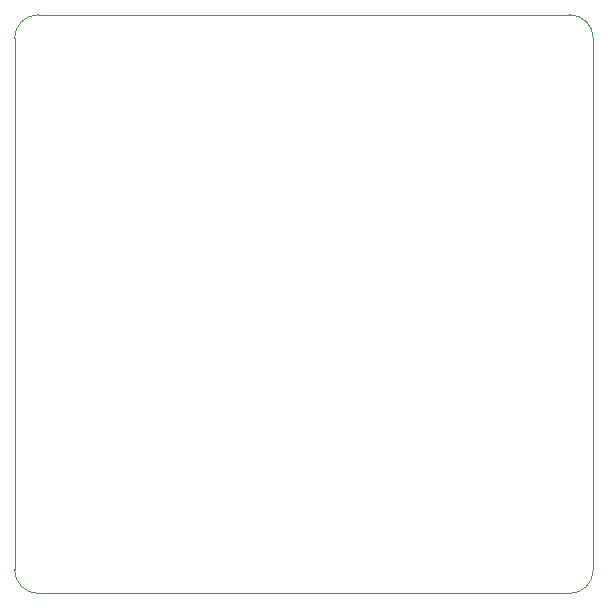
<source format=gko>
%TF.GenerationSoftware,KiCad,Pcbnew,(6.0.9)*%
%TF.CreationDate,2023-01-11T20:23:53+07:00*%
%TF.ProjectId,ESP12CORE_B_MULTI,45535031-3243-44f5-9245-5f425f4d554c,rev?*%
%TF.SameCoordinates,Original*%
%TF.FileFunction,Profile,NP*%
%FSLAX46Y46*%
G04 Gerber Fmt 4.6, Leading zero omitted, Abs format (unit mm)*
G04 Created by KiCad (PCBNEW (6.0.9)) date 2023-01-11 20:23:53*
%MOMM*%
%LPD*%
G01*
G04 APERTURE LIST*
%TA.AperFunction,Profile*%
%ADD10C,0.02*%
%TD*%
G04 APERTURE END LIST*
D10*
X0049000000Y0022000000D02*
X0049000000Y0026000000D01*
X0023000000Y0000000000D02*
X0027000000Y0000000000D01*
X0049000000Y0047000000D02*
G75*
G03*
X0047000000Y0049000000I-0002000000D01*
G01*
X0049000000Y0047000000D02*
X0049000000Y0026000000D01*
X0049000000Y0002000000D02*
X0049000000Y0022000000D01*
X0047000000Y0000000000D02*
G75*
G03*
X0049000000Y0002000000J0002000000D01*
G01*
X0002000000Y0049000000D02*
G75*
G03*
X0000000000Y0047000000J-0002000000D01*
G01*
X0000000000Y0002000000D02*
G75*
G03*
X0002000000Y0000000000I0002000000D01*
G01*
X0023000000Y0000000000D02*
X0002000000Y0000000000D01*
X0002000000Y0049000000D02*
X0047000000Y0049000000D01*
X0000000000Y0002000000D02*
X0000000000Y0047000000D01*
X0047000000Y0000000000D02*
X0027000000Y0000000000D01*
M02*
</source>
